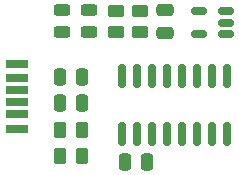
<source format=gbr>
%TF.GenerationSoftware,KiCad,Pcbnew,9.0.5*%
%TF.CreationDate,2025-12-13T22:10:15+05:30*%
%TF.ProjectId,Serial-Basic-CH340C-and-USBC,53657269-616c-42d4-9261-7369632d4348,V1.2*%
%TF.SameCoordinates,Original*%
%TF.FileFunction,Paste,Top*%
%TF.FilePolarity,Positive*%
%FSLAX46Y46*%
G04 Gerber Fmt 4.6, Leading zero omitted, Abs format (unit mm)*
G04 Created by KiCad (PCBNEW 9.0.5) date 2025-12-13 22:10:15*
%MOMM*%
%LPD*%
G01*
G04 APERTURE LIST*
G04 Aperture macros list*
%AMRoundRect*
0 Rectangle with rounded corners*
0 $1 Rounding radius*
0 $2 $3 $4 $5 $6 $7 $8 $9 X,Y pos of 4 corners*
0 Add a 4 corners polygon primitive as box body*
4,1,4,$2,$3,$4,$5,$6,$7,$8,$9,$2,$3,0*
0 Add four circle primitives for the rounded corners*
1,1,$1+$1,$2,$3*
1,1,$1+$1,$4,$5*
1,1,$1+$1,$6,$7*
1,1,$1+$1,$8,$9*
0 Add four rect primitives between the rounded corners*
20,1,$1+$1,$2,$3,$4,$5,0*
20,1,$1+$1,$4,$5,$6,$7,0*
20,1,$1+$1,$6,$7,$8,$9,0*
20,1,$1+$1,$8,$9,$2,$3,0*%
G04 Aperture macros list end*
%ADD10RoundRect,0.250000X0.250000X0.475000X-0.250000X0.475000X-0.250000X-0.475000X0.250000X-0.475000X0*%
%ADD11RoundRect,0.250000X0.450000X-0.262500X0.450000X0.262500X-0.450000X0.262500X-0.450000X-0.262500X0*%
%ADD12R,1.900000X0.800000*%
%ADD13R,1.900000X0.760000*%
%ADD14R,1.900000X0.700000*%
%ADD15RoundRect,0.250000X-0.250000X-0.475000X0.250000X-0.475000X0.250000X0.475000X-0.250000X0.475000X0*%
%ADD16RoundRect,0.250000X0.262500X0.450000X-0.262500X0.450000X-0.262500X-0.450000X0.262500X-0.450000X0*%
%ADD17RoundRect,0.250000X0.475000X-0.250000X0.475000X0.250000X-0.475000X0.250000X-0.475000X-0.250000X0*%
%ADD18RoundRect,0.243750X0.456250X-0.243750X0.456250X0.243750X-0.456250X0.243750X-0.456250X-0.243750X0*%
%ADD19RoundRect,0.150000X0.512500X0.150000X-0.512500X0.150000X-0.512500X-0.150000X0.512500X-0.150000X0*%
%ADD20RoundRect,0.150000X0.150000X-0.825000X0.150000X0.825000X-0.150000X0.825000X-0.150000X-0.825000X0*%
G04 APERTURE END LIST*
D10*
%TO.C,C2*%
X167200000Y-118250000D03*
X165300000Y-118250000D03*
%TD*%
D11*
%TO.C,R3*%
X164535000Y-107228500D03*
X164535000Y-105403500D03*
%TD*%
%TO.C,R4*%
X166608666Y-107228500D03*
X166608666Y-105403500D03*
%TD*%
D12*
%TO.C,U3*%
X156180000Y-109905000D03*
D13*
X156180000Y-111135000D03*
D14*
X156180000Y-112155000D03*
X156180000Y-113155000D03*
D13*
X156180000Y-114175000D03*
D12*
X156180000Y-115405000D03*
%TD*%
D15*
%TO.C,C3*%
X159800000Y-113250000D03*
X161700000Y-113250000D03*
%TD*%
D16*
%TO.C,R2*%
X161662500Y-117750000D03*
X159837500Y-117750000D03*
%TD*%
D17*
%TO.C,C4*%
X168691000Y-107266000D03*
X168691000Y-105366000D03*
%TD*%
D18*
%TO.C,D1*%
X162310000Y-107233500D03*
X162310000Y-105358500D03*
%TD*%
D19*
%TO.C,U2*%
X173893500Y-107367000D03*
X173893500Y-106417000D03*
X173893500Y-105467000D03*
X171618500Y-105467000D03*
X171618500Y-107367000D03*
%TD*%
D20*
%TO.C,U1*%
X165082000Y-115861000D03*
X166352000Y-115861000D03*
X167622000Y-115861000D03*
X168892000Y-115861000D03*
X170162000Y-115861000D03*
X171432000Y-115861000D03*
X172702000Y-115861000D03*
X173972000Y-115861000D03*
X173972000Y-110911000D03*
X172702000Y-110911000D03*
X171432000Y-110911000D03*
X170162000Y-110911000D03*
X168892000Y-110911000D03*
X167622000Y-110911000D03*
X166352000Y-110911000D03*
X165082000Y-110911000D03*
%TD*%
D15*
%TO.C,C1*%
X159800000Y-111000000D03*
X161700000Y-111000000D03*
%TD*%
D16*
%TO.C,R1*%
X161662500Y-115500000D03*
X159837500Y-115500000D03*
%TD*%
D18*
%TO.C,D2*%
X160000000Y-107233500D03*
X160000000Y-105358500D03*
%TD*%
M02*

</source>
